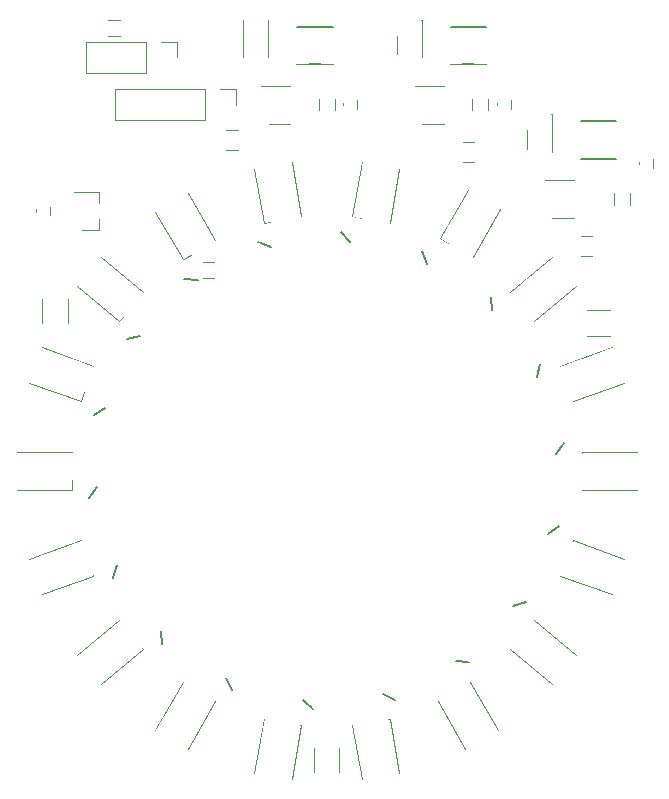
<source format=gto>
G04 #@! TF.GenerationSoftware,KiCad,Pcbnew,(5.99.0-490-gc7ce93e10)*
G04 #@! TF.CreationDate,2019-12-10T12:24:38+01:00*
G04 #@! TF.ProjectId,Led,4c65642e-6b69-4636-9164-5f7063625858,rev?*
G04 #@! TF.SameCoordinates,Original*
G04 #@! TF.FileFunction,Legend,Top*
G04 #@! TF.FilePolarity,Positive*
%FSLAX46Y46*%
G04 Gerber Fmt 4.6, Leading zero omitted, Abs format (unit mm)*
G04 Created by KiCad (PCBNEW (5.99.0-490-gc7ce93e10)) date 2019-12-10 12:24:38*
%MOMM*%
%LPD*%
G04 APERTURE LIST*
%ADD10C,0.120000*%
%ADD11C,0.150000*%
%ADD12R,0.900000X1.300000*%
%ADD13R,2.100000X2.100000*%
%ADD14O,2.100000X2.100000*%
%ADD15R,1.200000X3.100000*%
%ADD16R,1.900000X3.000000*%
%ADD17R,1.400000X1.650000*%
%ADD18R,1.150000X1.200000*%
%ADD19R,2.000000X1.400000*%
%ADD20R,1.460000X1.050000*%
%ADD21R,1.300000X1.200000*%
%ADD22R,1.300000X0.900000*%
%ADD23R,2.500000X2.500000*%
%ADD24R,2.500000X1.400000*%
%ADD25R,2.100000X1.300000*%
%ADD26R,1.300000X2.100000*%
G04 APERTURE END LIST*
D10*
X42500000Y-25820000D02*
X43500000Y-25820000D01*
X43500000Y-27180000D02*
X42500000Y-27180000D01*
X50500000Y-46320000D02*
X51500000Y-46320000D01*
X51500000Y-47680000D02*
X50500000Y-47680000D01*
X48330000Y-27670000D02*
X48330000Y-29000000D01*
X47000000Y-27670000D02*
X48330000Y-27670000D01*
X45730000Y-30330000D02*
X45730000Y-27670000D01*
X40590000Y-30330000D02*
X45730000Y-30330000D01*
X40590000Y-27670000D02*
X40590000Y-30330000D01*
X45730000Y-27670000D02*
X40590000Y-27670000D01*
D11*
X85500000Y-34400000D02*
X82500000Y-34400000D01*
X85500000Y-37600000D02*
X82500000Y-37600000D01*
X61500000Y-26400000D02*
X58500000Y-26400000D01*
X61500000Y-29600000D02*
X58500000Y-29600000D01*
X74500000Y-26400000D02*
X71500000Y-26400000D01*
X74500000Y-29600000D02*
X71500000Y-29600000D01*
D10*
X58832448Y-85544298D02*
X58044602Y-85405380D01*
X58024984Y-90123655D02*
X58832448Y-85544298D01*
X54873599Y-89567980D02*
X55681063Y-84988624D01*
X51585641Y-83501539D02*
X50892820Y-83101539D01*
X49260641Y-87528557D02*
X51585641Y-83501539D01*
X46489359Y-85928557D02*
X48814359Y-81901539D01*
X45486967Y-79102981D02*
X44972737Y-78490145D01*
X41924860Y-82091943D02*
X45486967Y-79102981D01*
X39867940Y-79640601D02*
X43430046Y-76651639D01*
X41252495Y-72882660D02*
X40978878Y-72130906D01*
X36882924Y-74473054D02*
X41252495Y-72882660D01*
X35788459Y-71466037D02*
X40158030Y-69875643D01*
X39400000Y-65600000D02*
X39400000Y-64800000D01*
X34750000Y-65600000D02*
X39400000Y-65600000D01*
X34750000Y-62400000D02*
X39400000Y-62400000D01*
X40158030Y-58124357D02*
X40431646Y-57372602D01*
X35788459Y-56533963D02*
X40158030Y-58124357D01*
X36882924Y-53526946D02*
X41252495Y-55117340D01*
X43430046Y-51348361D02*
X43944277Y-50735526D01*
X39867940Y-48359399D02*
X43430046Y-51348361D01*
X41924860Y-45908057D02*
X45486967Y-48897019D01*
X48814359Y-46098461D02*
X49507180Y-45698461D01*
X46489359Y-42071443D02*
X48814359Y-46098461D01*
X49260641Y-40471443D02*
X51585641Y-44498461D01*
X55681063Y-43011376D02*
X56468909Y-42872457D01*
X54873599Y-38432020D02*
X55681063Y-43011376D01*
X58024984Y-37876345D02*
X58832448Y-42455702D01*
X63167552Y-42455702D02*
X63955398Y-42594620D01*
X63975016Y-37876345D02*
X63167552Y-42455702D01*
X67126401Y-38432020D02*
X66318937Y-43011376D01*
X76513033Y-48897019D02*
X77027263Y-49509855D01*
X80075140Y-45908057D02*
X76513033Y-48897019D01*
X82132060Y-48359399D02*
X78569954Y-51348361D01*
X80747505Y-55117340D02*
X81021122Y-55869094D01*
X85117076Y-53526946D02*
X80747505Y-55117340D01*
X86211541Y-56533963D02*
X81841970Y-58124357D01*
X82600000Y-62400000D02*
X82600000Y-63200000D01*
X87250000Y-62400000D02*
X82600000Y-62400000D01*
X87250000Y-65600000D02*
X82600000Y-65600000D01*
X81841970Y-69875643D02*
X81568354Y-70627398D01*
X86211541Y-71466037D02*
X81841970Y-69875643D01*
X85117076Y-74473054D02*
X80747505Y-72882660D01*
X78569954Y-76651639D02*
X78055723Y-77264474D01*
X82132060Y-79640601D02*
X78569954Y-76651639D01*
X80075140Y-82091943D02*
X76513033Y-79102981D01*
X73175641Y-81901539D02*
X72482820Y-82301539D01*
X75500641Y-85928557D02*
X73175641Y-81901539D01*
X72729359Y-87528557D02*
X70404359Y-83501539D01*
X66318937Y-84988624D02*
X65531091Y-85127543D01*
X67126401Y-89567980D02*
X66318937Y-84988624D01*
X63975016Y-90123655D02*
X63167552Y-85544298D01*
X73500000Y-36150000D02*
X72500000Y-36150000D01*
X72500000Y-37850000D02*
X73500000Y-37850000D01*
X83500000Y-44150000D02*
X82500000Y-44150000D01*
X82500000Y-45850000D02*
X83500000Y-45850000D01*
X75400000Y-33350000D02*
X75400000Y-32650000D01*
X76600000Y-32650000D02*
X76600000Y-33350000D01*
X53500000Y-35150000D02*
X52500000Y-35150000D01*
X52500000Y-36850000D02*
X53500000Y-36850000D01*
X62400000Y-33350000D02*
X62400000Y-32650000D01*
X63600000Y-32650000D02*
X63600000Y-33350000D01*
X87400000Y-38350000D02*
X87400000Y-37650000D01*
X88600000Y-37650000D02*
X88600000Y-38350000D01*
X37600000Y-41650000D02*
X37600000Y-42350000D01*
X36400000Y-42350000D02*
X36400000Y-41650000D01*
X66940000Y-25800000D02*
X66940000Y-29000000D01*
X69060000Y-29000000D02*
X69060000Y-25800000D01*
X69060000Y-25800000D02*
X66940000Y-25800000D01*
X53940000Y-25800000D02*
X53940000Y-29000000D01*
X56060000Y-29000000D02*
X56060000Y-25800000D01*
X56060000Y-25800000D02*
X53940000Y-25800000D01*
X77940000Y-33800000D02*
X77940000Y-37000000D01*
X80060000Y-37000000D02*
X80060000Y-33800000D01*
X80060000Y-33800000D02*
X77940000Y-33800000D01*
X57900000Y-31390000D02*
X55450000Y-31390000D01*
X56100000Y-34610000D02*
X57900000Y-34610000D01*
X81900000Y-39390000D02*
X79450000Y-39390000D01*
X80100000Y-42610000D02*
X81900000Y-42610000D01*
X70900000Y-31390000D02*
X68450000Y-31390000D01*
X69100000Y-34610000D02*
X70900000Y-34610000D01*
X41760000Y-43580000D02*
X40300000Y-43580000D01*
X41760000Y-40420000D02*
X39600000Y-40420000D01*
X41760000Y-40420000D02*
X41760000Y-41350000D01*
X41760000Y-43580000D02*
X41760000Y-42650000D01*
X73320000Y-33500000D02*
X73320000Y-32500000D01*
X74680000Y-32500000D02*
X74680000Y-33500000D01*
X60320000Y-33500000D02*
X60320000Y-32500000D01*
X61680000Y-32500000D02*
X61680000Y-33500000D01*
X85320000Y-41500000D02*
X85320000Y-40500000D01*
X86680000Y-40500000D02*
X86680000Y-41500000D01*
X70614359Y-44278461D02*
X71307180Y-44678461D01*
X72939359Y-40251443D02*
X70614359Y-44278461D01*
X75710641Y-41851443D02*
X73385641Y-45878461D01*
D11*
X59800000Y-84200000D02*
X59000000Y-83400000D01*
X52969925Y-82566900D02*
X52491787Y-81541529D01*
X47096614Y-78693953D02*
X46998008Y-77566887D01*
X42914744Y-73060770D02*
X43207564Y-71967949D01*
X40905045Y-66320257D02*
X41553973Y-65393492D01*
X41321801Y-59316205D02*
X42248566Y-58667277D01*
X44114744Y-52860770D02*
X45207564Y-52567949D01*
X48935121Y-47763357D02*
X50062186Y-47861963D01*
X55225187Y-44612252D02*
X56250557Y-45090390D01*
X62200000Y-43800000D02*
X63000000Y-44600000D01*
X69030075Y-45433100D02*
X69508213Y-46458471D01*
X74903386Y-49306047D02*
X75001992Y-50433113D01*
X79085256Y-54949230D02*
X78792436Y-56042051D01*
X81094955Y-61679743D02*
X80446027Y-62606508D01*
X80678199Y-68683795D02*
X79751434Y-69332723D01*
X77885256Y-75139230D02*
X76792436Y-75432051D01*
X73064879Y-80236643D02*
X71937814Y-80138037D01*
X66774813Y-83387748D02*
X65749443Y-82909610D01*
D10*
X53330000Y-31670000D02*
X53330000Y-33000000D01*
X52000000Y-31670000D02*
X53330000Y-31670000D01*
X50730000Y-34330000D02*
X50730000Y-31670000D01*
X43050000Y-34330000D02*
X50730000Y-34330000D01*
X43050000Y-31670000D02*
X43050000Y-34330000D01*
X50730000Y-31670000D02*
X43050000Y-31670000D01*
X62070000Y-87500000D02*
X62070000Y-89500000D01*
X59930000Y-89500000D02*
X59930000Y-87500000D01*
X85000000Y-52570000D02*
X83000000Y-52570000D01*
X83000000Y-50430000D02*
X85000000Y-50430000D01*
X39070000Y-49500000D02*
X39070000Y-51500000D01*
X36930000Y-51500000D02*
X36930000Y-49500000D01*
%LPC*%
D12*
X42250000Y-26500000D03*
X43750000Y-26500000D03*
X50250000Y-47000000D03*
X51750000Y-47000000D03*
D13*
X47000000Y-29000000D03*
D14*
X44460000Y-29000000D03*
X41920000Y-29000000D03*
D15*
X85100000Y-36000000D03*
X82900000Y-36000000D03*
X61100000Y-28000000D03*
X58900000Y-28000000D03*
X74100000Y-28000000D03*
X71900000Y-28000000D03*
G36*
X55788226Y-84956748D02*
G01*
X58742649Y-85477693D01*
X58412718Y-87348828D01*
X55458295Y-86827883D01*
X55788226Y-84956748D01*
G37*
G36*
X55267282Y-87911172D02*
G01*
X58221705Y-88432117D01*
X57891774Y-90303252D01*
X54937351Y-89782307D01*
X55267282Y-87911172D01*
G37*
G36*
X48925962Y-81908238D02*
G01*
X51524038Y-83408238D01*
X50574038Y-85053686D01*
X47975962Y-83553686D01*
X48925962Y-81908238D01*
G37*
G36*
X47425962Y-84506314D02*
G01*
X50024038Y-86006314D01*
X49074038Y-87651762D01*
X46475962Y-86151762D01*
X47425962Y-84506314D01*
G37*
G36*
X43532628Y-76696104D02*
G01*
X45460991Y-78994237D01*
X44005506Y-80215534D01*
X42077143Y-77917401D01*
X43532628Y-76696104D01*
G37*
G36*
X41234494Y-78624466D02*
G01*
X43162857Y-80922599D01*
X41707372Y-82143896D01*
X39779009Y-79845763D01*
X41234494Y-78624466D01*
G37*
G36*
X40239217Y-69952512D02*
G01*
X41265277Y-72771590D01*
X39479861Y-73421428D01*
X38453801Y-70602350D01*
X40239217Y-69952512D01*
G37*
G36*
X37420139Y-70978572D02*
G01*
X38446199Y-73797650D01*
X36660783Y-74447488D01*
X35634723Y-71628410D01*
X37420139Y-70978572D01*
G37*
D16*
X38500000Y-64000000D03*
X35500000Y-64000000D03*
G36*
X41265277Y-55228410D02*
G01*
X40239217Y-58047488D01*
X38453801Y-57397650D01*
X39479861Y-54578572D01*
X41265277Y-55228410D01*
G37*
G36*
X38446199Y-54202350D02*
G01*
X37420139Y-57021428D01*
X35634723Y-56371590D01*
X36660783Y-53552512D01*
X38446199Y-54202350D01*
G37*
G36*
X45460991Y-49005763D02*
G01*
X43532628Y-51303896D01*
X42077143Y-50082599D01*
X44005506Y-47784466D01*
X45460991Y-49005763D01*
G37*
G36*
X43162857Y-47077401D02*
G01*
X41234494Y-49375534D01*
X39779009Y-48154237D01*
X41707372Y-45856104D01*
X43162857Y-47077401D01*
G37*
G36*
X51524038Y-44591762D02*
G01*
X48925962Y-46091762D01*
X47975962Y-44446314D01*
X50574038Y-42946314D01*
X51524038Y-44591762D01*
G37*
G36*
X50024038Y-41993686D02*
G01*
X47425962Y-43493686D01*
X46475962Y-41848238D01*
X49074038Y-40348238D01*
X50024038Y-41993686D01*
G37*
G36*
X58742649Y-42522307D02*
G01*
X55788226Y-43043252D01*
X55458295Y-41172117D01*
X58412718Y-40651172D01*
X58742649Y-42522307D01*
G37*
G36*
X58221705Y-39567883D02*
G01*
X55267282Y-40088828D01*
X54937351Y-38217693D01*
X57891774Y-37696748D01*
X58221705Y-39567883D01*
G37*
G36*
X66211774Y-43043252D02*
G01*
X63257351Y-42522307D01*
X63587282Y-40651172D01*
X66541705Y-41172117D01*
X66211774Y-43043252D01*
G37*
G36*
X66732718Y-40088828D02*
G01*
X63778295Y-39567883D01*
X64108226Y-37696748D01*
X67062649Y-38217693D01*
X66732718Y-40088828D01*
G37*
G36*
X78467372Y-51303896D02*
G01*
X76539009Y-49005763D01*
X77994494Y-47784466D01*
X79922857Y-50082599D01*
X78467372Y-51303896D01*
G37*
G36*
X80765506Y-49375534D02*
G01*
X78837143Y-47077401D01*
X80292628Y-45856104D01*
X82220991Y-48154237D01*
X80765506Y-49375534D01*
G37*
G36*
X81760783Y-58047488D02*
G01*
X80734723Y-55228410D01*
X82520139Y-54578572D01*
X83546199Y-57397650D01*
X81760783Y-58047488D01*
G37*
G36*
X84579861Y-57021428D02*
G01*
X83553801Y-54202350D01*
X85339217Y-53552512D01*
X86365277Y-56371590D01*
X84579861Y-57021428D01*
G37*
X83500000Y-64000000D03*
X86500000Y-64000000D03*
G36*
X80734723Y-72771590D02*
G01*
X81760783Y-69952512D01*
X83546199Y-70602350D01*
X82520139Y-73421428D01*
X80734723Y-72771590D01*
G37*
G36*
X83553801Y-73797650D02*
G01*
X84579861Y-70978572D01*
X86365277Y-71628410D01*
X85339217Y-74447488D01*
X83553801Y-73797650D01*
G37*
G36*
X76539009Y-78994237D02*
G01*
X78467372Y-76696104D01*
X79922857Y-77917401D01*
X77994494Y-80215534D01*
X76539009Y-78994237D01*
G37*
G36*
X78837143Y-80922599D02*
G01*
X80765506Y-78624466D01*
X82220991Y-79845763D01*
X80292628Y-82143896D01*
X78837143Y-80922599D01*
G37*
G36*
X70465962Y-83408238D02*
G01*
X73064038Y-81908238D01*
X74014038Y-83553686D01*
X71415962Y-85053686D01*
X70465962Y-83408238D01*
G37*
G36*
X71965962Y-86006314D02*
G01*
X74564038Y-84506314D01*
X75514038Y-86151762D01*
X72915962Y-87651762D01*
X71965962Y-86006314D01*
G37*
G36*
X63257351Y-85477693D02*
G01*
X66211774Y-84956748D01*
X66541705Y-86827883D01*
X63587282Y-87348828D01*
X63257351Y-85477693D01*
G37*
G36*
X63778295Y-88432117D02*
G01*
X66732718Y-87911172D01*
X67062649Y-89782307D01*
X64108226Y-90303252D01*
X63778295Y-88432117D01*
G37*
D17*
X74000000Y-37000000D03*
X72000000Y-37000000D03*
X84000000Y-45000000D03*
X82000000Y-45000000D03*
D18*
X76000000Y-32250000D03*
X76000000Y-33750000D03*
D17*
X54000000Y-36000000D03*
X52000000Y-36000000D03*
D18*
X63000000Y-32250000D03*
X63000000Y-33750000D03*
X88000000Y-37250000D03*
X88000000Y-38750000D03*
X37000000Y-42750000D03*
X37000000Y-41250000D03*
D19*
X68000000Y-26500000D03*
X68000000Y-29500000D03*
X55000000Y-26500000D03*
X55000000Y-29500000D03*
X79000000Y-34500000D03*
X79000000Y-37500000D03*
D20*
X55900000Y-32050000D03*
X55900000Y-33000000D03*
X55900000Y-33950000D03*
X58100000Y-33950000D03*
X58100000Y-32050000D03*
X79900000Y-40050000D03*
X79900000Y-41000000D03*
X79900000Y-41950000D03*
X82100000Y-41950000D03*
X82100000Y-40050000D03*
X68900000Y-32050000D03*
X68900000Y-33000000D03*
X68900000Y-33950000D03*
X71100000Y-33950000D03*
X71100000Y-32050000D03*
D21*
X40000000Y-41050000D03*
X40000000Y-42950000D03*
X42000000Y-42000000D03*
D22*
X74000000Y-33750000D03*
X74000000Y-32250000D03*
X61000000Y-33750000D03*
X61000000Y-32250000D03*
X86000000Y-41750000D03*
X86000000Y-40250000D03*
G36*
X73274038Y-45871762D02*
G01*
X70675962Y-44371762D01*
X71625962Y-42726314D01*
X74224038Y-44226314D01*
X73274038Y-45871762D01*
G37*
G36*
X74774038Y-43273686D02*
G01*
X72175962Y-41773686D01*
X73125962Y-40128238D01*
X75724038Y-41628238D01*
X74774038Y-43273686D01*
G37*
D23*
X61000000Y-82810000D03*
D24*
X61000000Y-80650000D03*
G36*
X53825873Y-80069010D02*
G01*
X56175105Y-80924060D01*
X55320055Y-83273292D01*
X52970823Y-82418242D01*
X53825873Y-80069010D01*
G37*
G36*
X54376525Y-78556105D02*
G01*
X56725757Y-79411155D01*
X56246929Y-80726725D01*
X53897697Y-79871675D01*
X54376525Y-78556105D01*
G37*
G36*
X48755271Y-76639456D02*
G01*
X50670382Y-78246425D01*
X49063413Y-80161536D01*
X47148302Y-78554567D01*
X48755271Y-76639456D01*
G37*
G36*
X49790159Y-75406124D02*
G01*
X51705270Y-77013093D01*
X50805367Y-78085556D01*
X48890256Y-76478587D01*
X49790159Y-75406124D01*
G37*
G36*
X45176051Y-71697468D02*
G01*
X46426051Y-73862532D01*
X44260987Y-75112532D01*
X43010987Y-72947468D01*
X45176051Y-71697468D01*
G37*
G36*
X46570352Y-70892468D02*
G01*
X47820352Y-73057532D01*
X46607916Y-73757532D01*
X45357916Y-71592468D01*
X46570352Y-70892468D01*
G37*
G36*
X43496255Y-65812585D02*
G01*
X43930376Y-68274604D01*
X41468357Y-68708725D01*
X41034236Y-66246706D01*
X43496255Y-65812585D01*
G37*
G36*
X45081795Y-65533012D02*
G01*
X45515916Y-67995031D01*
X44137185Y-68238138D01*
X43703064Y-65776119D01*
X45081795Y-65533012D01*
G37*
G36*
X43930376Y-59725396D02*
G01*
X43496255Y-62187415D01*
X41034236Y-61753294D01*
X41468357Y-59291275D01*
X43930376Y-59725396D01*
G37*
G36*
X45515916Y-60004969D02*
G01*
X45081795Y-62466988D01*
X43703064Y-62223881D01*
X44137185Y-59761862D01*
X45515916Y-60004969D01*
G37*
G36*
X46426051Y-54137468D02*
G01*
X45176051Y-56302532D01*
X43010987Y-55052532D01*
X44260987Y-52887468D01*
X46426051Y-54137468D01*
G37*
G36*
X47820352Y-54942468D02*
G01*
X46570352Y-57107532D01*
X45357916Y-56407532D01*
X46607916Y-54242468D01*
X47820352Y-54942468D01*
G37*
G36*
X50670382Y-49753575D02*
G01*
X48755271Y-51360544D01*
X47148302Y-49445433D01*
X49063413Y-47838464D01*
X50670382Y-49753575D01*
G37*
G36*
X51705270Y-50986907D02*
G01*
X49790159Y-52593876D01*
X48890256Y-51521413D01*
X50805367Y-49914444D01*
X51705270Y-50986907D01*
G37*
G36*
X56175105Y-47075940D02*
G01*
X53825873Y-47930990D01*
X52970823Y-45581758D01*
X55320055Y-44726708D01*
X56175105Y-47075940D01*
G37*
G36*
X56725757Y-48588845D02*
G01*
X54376525Y-49443895D01*
X53897697Y-48128325D01*
X56246929Y-47273275D01*
X56725757Y-48588845D01*
G37*
D23*
X61000000Y-45190000D03*
D24*
X61000000Y-47350000D03*
G36*
X68174127Y-47930990D02*
G01*
X65824895Y-47075940D01*
X66679945Y-44726708D01*
X69029177Y-45581758D01*
X68174127Y-47930990D01*
G37*
G36*
X67623475Y-49443895D02*
G01*
X65274243Y-48588845D01*
X65753071Y-47273275D01*
X68102303Y-48128325D01*
X67623475Y-49443895D01*
G37*
G36*
X73244729Y-51360544D02*
G01*
X71329618Y-49753575D01*
X72936587Y-47838464D01*
X74851698Y-49445433D01*
X73244729Y-51360544D01*
G37*
G36*
X72209841Y-52593876D02*
G01*
X70294730Y-50986907D01*
X71194633Y-49914444D01*
X73109744Y-51521413D01*
X72209841Y-52593876D01*
G37*
G36*
X76823949Y-56312532D02*
G01*
X75573949Y-54147468D01*
X77739013Y-52897468D01*
X78989013Y-55062532D01*
X76823949Y-56312532D01*
G37*
G36*
X75429648Y-57117532D02*
G01*
X74179648Y-54952468D01*
X75392084Y-54252468D01*
X76642084Y-56417532D01*
X75429648Y-57117532D01*
G37*
G36*
X78503745Y-62187415D02*
G01*
X78069624Y-59725396D01*
X80531643Y-59291275D01*
X80965764Y-61753294D01*
X78503745Y-62187415D01*
G37*
G36*
X76918205Y-62466988D02*
G01*
X76484084Y-60004969D01*
X77862815Y-59761862D01*
X78296936Y-62223881D01*
X76918205Y-62466988D01*
G37*
G36*
X78069624Y-68274604D02*
G01*
X78503745Y-65812585D01*
X80965764Y-66246706D01*
X80531643Y-68708725D01*
X78069624Y-68274604D01*
G37*
G36*
X76484084Y-67995031D02*
G01*
X76918205Y-65533012D01*
X78296936Y-65776119D01*
X77862815Y-68238138D01*
X76484084Y-67995031D01*
G37*
G36*
X75573949Y-73862532D02*
G01*
X76823949Y-71697468D01*
X78989013Y-72947468D01*
X77739013Y-75112532D01*
X75573949Y-73862532D01*
G37*
G36*
X74179648Y-73057532D02*
G01*
X75429648Y-70892468D01*
X76642084Y-71592468D01*
X75392084Y-73757532D01*
X74179648Y-73057532D01*
G37*
G36*
X71329618Y-78246425D02*
G01*
X73244729Y-76639456D01*
X74851698Y-78554567D01*
X72936587Y-80161536D01*
X71329618Y-78246425D01*
G37*
G36*
X70294730Y-77013093D02*
G01*
X72209841Y-75406124D01*
X73109744Y-76478587D01*
X71194633Y-78085556D01*
X70294730Y-77013093D01*
G37*
G36*
X65824895Y-80924060D02*
G01*
X68174127Y-80069010D01*
X69029177Y-82418242D01*
X66679945Y-83273292D01*
X65824895Y-80924060D01*
G37*
G36*
X65274243Y-79411155D02*
G01*
X67623475Y-78556105D01*
X68102303Y-79871675D01*
X65753071Y-80726725D01*
X65274243Y-79411155D01*
G37*
D13*
X52000000Y-33000000D03*
D14*
X49460000Y-33000000D03*
X46920000Y-33000000D03*
X44380000Y-33000000D03*
D25*
X61000000Y-87050000D03*
X61000000Y-89950000D03*
D26*
X85450000Y-51500000D03*
X82550000Y-51500000D03*
D25*
X38000000Y-49050000D03*
X38000000Y-51950000D03*
M02*

</source>
